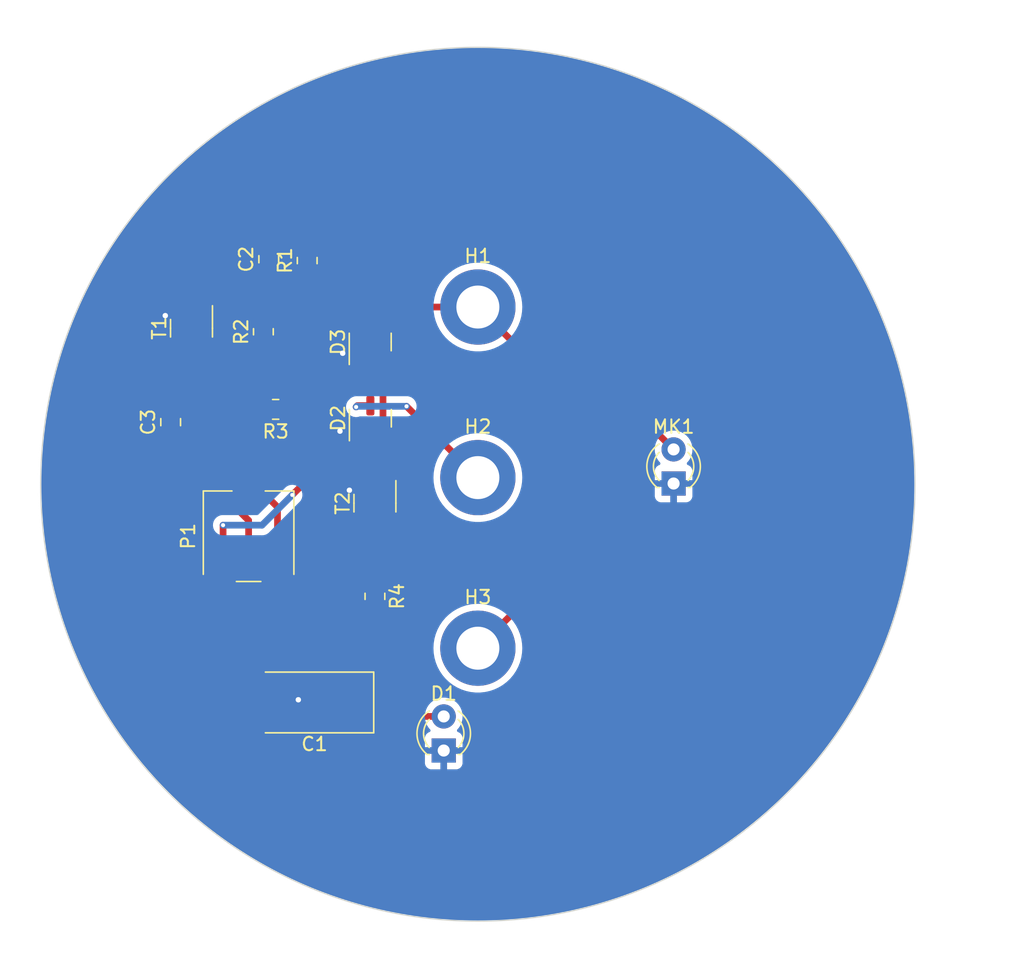
<source format=kicad_pcb>
(kicad_pcb (version 20221018) (generator pcbnew)
  (layers (0 "F.Cu" signal) (31 "B.Cu" signal) (34 "B.Paste" user) (35 "F.Paste" user) (36 "B.SilkS" user "B.Silkscreen") (37 "F.SilkS" user "F.Silkscreen") (38 "B.Mask" user) (39 "F.Mask" user) (44 "Edge.Cuts" user))
  (net 0 "")
  (net 1 "Net-(D1-A)")
  (net 2 "/GND")
  (net 3 "Net-(T1-B)")
  (net 4 "Net-(MK1-+)")
  (net 5 "Net-(T2-B)")
  (net 6 "Net-(T1-C)")
  (net 7 "Net-(D2-A)")
  (net 8 "Net-(D2-K-Pad3)")
  (net 9 "Net-(D3-K-Pad3)")
  (footprint "Package_TO_SOT_SMD:SOT-23" (layer "F.Cu") (at 129.16 81.9375 90)
    (fp_text reference "D2" (at 0 -2.4 90) (layer "F.SilkS"))
    (fp_text value "BAV199")
    (fp_line (start 0 -1.56) (end -1.675 -1.56) (stroke (width 0.12)) (layer "F.SilkS"))
    (fp_line (start 0 -1.56) (end 0.65 -1.56) (stroke (width 0.12)) (layer "F.SilkS"))
    (fp_line (start 0 1.56) (end -0.65 1.56) (stroke (width 0.12)) (layer "F.SilkS"))
    (fp_line (start 0 1.56) (end 0.65 1.56) (stroke (width 0.12)) (layer "F.SilkS"))
    (pad "1" smd roundrect (at -0.9375 -0.95 90) (size 1.475 0.6) (layers "F.Cu" "F.Paste" "F.Mask") (net 2 "/GND"))
    (pad "2" smd roundrect (at -0.9375 0.95 90) (size 1.475 0.6) (layers "F.Cu" "F.Paste" "F.Mask") (net 7 "Net-(D2-A)"))
    (pad "3" smd roundrect (at 0.9375 0 90) (size 1.475 0.6) (layers "F.Cu" "F.Paste" "F.Mask") (net 8 "Net-(D2-K-Pad3)"))
  )
  (footprint "Package_TO_SOT_SMD:SOT-23" (layer "F.Cu") (at 129.15 76.2625 90)
    (fp_text reference "D3" (at 0 -2.4 90) (layer "F.SilkS"))
    (fp_text value "BAV199")
    (fp_line (start 0 -1.56) (end -1.675 -1.56) (stroke (width 0.12)) (layer "F.SilkS"))
    (fp_line (start 0 -1.56) (end 0.65 -1.56) (stroke (width 0.12)) (layer "F.SilkS"))
    (fp_line (start 0 1.56) (end -0.65 1.56) (stroke (width 0.12)) (layer "F.SilkS"))
    (fp_line (start 0 1.56) (end 0.65 1.56) (stroke (width 0.12)) (layer "F.SilkS"))
    (pad "1" smd roundrect (at -0.9375 -0.95 90) (size 1.475 0.6) (layers "F.Cu" "F.Paste" "F.Mask") (net 2 "/GND"))
    (pad "2" smd roundrect (at -0.9375 0.95 90) (size 1.475 0.6) (layers "F.Cu" "F.Paste" "F.Mask") (net 7 "Net-(D2-A)"))
    (pad "3" smd roundrect (at 0.9375 0 90) (size 1.475 0.6) (layers "F.Cu" "F.Paste" "F.Mask") (net 9 "Net-(D3-K-Pad3)"))
  )
  (footprint "MountingHole:MountingHole_3.2mm_M3_DIN965_Pad" (layer "F.Cu") (at 137.16 86.36)
    (fp_text reference "H2" (at 0 -3.8) (layer "F.SilkS"))
    (fp_text value "MountingHole_Pad")
    (pad "1" thru_hole circle (at 0 0) (size 5.6 5.6) (drill 3.2) (layers "*.Cu" "*.Mask") (net 8 "Net-(D2-K-Pad3)"))
  )
  (footprint "MountingHole:MountingHole_3.2mm_M3_DIN965_Pad" (layer "F.Cu") (at 137.16 73.66)
    (fp_text reference "H1" (at 0 -3.8) (layer "F.SilkS"))
    (fp_text value "MountingHole_Pad")
    (pad "1" thru_hole circle (at 0 0) (size 5.6 5.6) (drill 3.2) (layers "*.Cu" "*.Mask") (net 9 "Net-(D3-K-Pad3)"))
  )
  (footprint "LED_THT:LED_D3.0mm" (layer "F.Cu") (at 134.62 106.68 90)
    (fp_text reference "D1" (at 4.23 0) (layer "F.SilkS"))
    (fp_text value "LED")
    (fp_line (start -0.29 -1.236) (end -0.29 -1.08) (stroke (width 0.12)) (layer "F.SilkS"))
    (fp_line (start -0.29 1.08) (end -0.29 1.236) (stroke (width 0.12)) (layer "F.SilkS"))
    (fp_arc (start -0.29 -1.235516) (mid 1.366487 -1.987659) (end 2.942335 -1.078608) (stroke (width 0.12)) (layer "F.SilkS"))
    (fp_arc (start 0.229039 -1.08) (mid 1.270117 -1.5) (end 2.31113 -1.079837) (stroke (width 0.12)) (layer "F.SilkS"))
    (fp_arc (start 2.31113 1.079837) (mid 1.270117 1.5) (end 0.229039 1.08) (stroke (width 0.12)) (layer "F.SilkS"))
    (fp_arc (start 2.942335 1.078608) (mid 1.366487 1.987659) (end -0.29 1.235516) (stroke (width 0.12)) (layer "F.SilkS"))
    (pad "1" thru_hole rect (at 0 0 90) (size 1.8 1.8) (drill 0.9) (layers "*.Cu" "*.Mask") (net 2 "/GND"))
    (pad "2" thru_hole circle (at 2.54 0 90) (size 1.8 1.8) (drill 0.9) (layers "*.Cu" "*.Mask") (net 1 "Net-(D1-A)"))
  )
  (footprint "LED_THT:LED_D3.0mm" (layer "F.Cu") (at 151.725 86.8 90)
    (fp_text reference "MK1" (at 4.23 0) (layer "F.SilkS"))
    (fp_text value "Microphone")
    (fp_line (start -0.29 -1.236) (end -0.29 -1.08) (stroke (width 0.12)) (layer "F.SilkS"))
    (fp_line (start -0.29 1.08) (end -0.29 1.236) (stroke (width 0.12)) (layer "F.SilkS"))
    (fp_arc (start -0.29 -1.235516) (mid 1.366487 -1.987659) (end 2.942335 -1.078608) (stroke (width 0.12)) (layer "F.SilkS"))
    (fp_arc (start 0.229039 -1.08) (mid 1.270117 -1.5) (end 2.31113 -1.079837) (stroke (width 0.12)) (layer "F.SilkS"))
    (fp_arc (start 2.31113 1.079837) (mid 1.270117 1.5) (end 0.229039 1.08) (stroke (width 0.12)) (layer "F.SilkS"))
    (fp_arc (start 2.942335 1.078608) (mid 1.366487 1.987659) (end -0.29 1.235516) (stroke (width 0.12)) (layer "F.SilkS"))
    (pad "1" thru_hole rect (at 0 0 90) (size 1.8 1.8) (drill 0.9) (layers "*.Cu" "*.Mask") (net 2 "/GND"))
    (pad "2" thru_hole circle (at 2.54 0 90) (size 1.8 1.8) (drill 0.9) (layers "*.Cu" "*.Mask") (net 4 "Net-(MK1-+)"))
  )
  (footprint "Resistor_SMD:R_0805_2012Metric" (layer "F.Cu") (at 124.46 70.2 90)
    (fp_text reference "R1" (at 0 -1.65 90) (layer "F.SilkS"))
    (fp_text value "1,8k")
    (fp_line (start -0.227064 -0.735) (end 0.227064 -0.735) (stroke (width 0.12)) (layer "F.SilkS"))
    (fp_line (start -0.227064 0.735) (end 0.227064 0.735) (stroke (width 0.12)) (layer "F.SilkS"))
    (pad "1" smd roundrect (at -0.9125 0 90) (size 1.025 1.4) (layers "F.Cu" "F.Paste" "F.Mask") (roundrect_rratio 0.243902439) (net 1 "Net-(D1-A)"))
    (pad "2" smd roundrect (at 0.9125 0 90) (size 1.025 1.4) (layers "F.Cu" "F.Paste" "F.Mask") (roundrect_rratio 0.243902439) (net 4 "Net-(MK1-+)"))
  )
  (footprint "Capacitor_Tantalum_SMD:CP_EIA-7343-15_Kemet-W" (layer "F.Cu") (at 125 103.1 180)
    (fp_text reference "C1" (at 0 -3.1) (layer "F.SilkS"))
    (fp_text value "Tantalelko 100µF")
    (fp_line (start -4.41 -2.26) (end -4.41 2.26) (stroke (width 0.12)) (layer "F.SilkS"))
    (fp_line (start -4.41 2.26) (end 3.65 2.26) (stroke (width 0.12)) (layer "F.SilkS"))
    (fp_line (start 3.65 -2.26) (end -4.41 -2.26) (stroke (width 0.12)) (layer "F.SilkS"))
    (pad "1" smd roundrect (at -3.1125 0 180) (size 2.075 2.55) (layers "F.Cu" "F.Paste" "F.Mask") (roundrect_rratio 0.1204819277) (net 1 "Net-(D1-A)"))
    (pad "2" smd roundrect (at 3.1125 0 180) (size 2.075 2.55) (layers "F.Cu" "F.Paste" "F.Mask") (roundrect_rratio 0.1204819277) (net 2 "/GND"))
  )
  (footprint "Package_TO_SOT_SMD:SOT-23" (layer "F.Cu") (at 129.5 88.2625 -90)
    (fp_text reference "T2" (at 0 2.4 90) (layer "F.SilkS"))
    (fp_text value "BC847C")
    (fp_line (start 0 -1.56) (end -1.675 -1.56) (stroke (width 0.12)) (layer "F.SilkS"))
    (fp_line (start 0 -1.56) (end 0.65 -1.56) (stroke (width 0.12)) (layer "F.SilkS"))
    (fp_line (start 0 1.56) (end -0.65 1.56) (stroke (width 0.12)) (layer "F.SilkS"))
    (fp_line (start 0 1.56) (end 0.65 1.56) (stroke (width 0.12)) (layer "F.SilkS"))
    (pad "1" smd roundrect (at -0.9375 -0.95 270) (size 1.475 0.6) (layers "F.Cu" "F.Paste" "F.Mask") (net 5 "Net-(T2-B)"))
    (pad "2" smd roundrect (at -0.9375 0.95 270) (size 1.475 0.6) (layers "F.Cu" "F.Paste" "F.Mask") (net 2 "/GND"))
    (pad "3" smd roundrect (at 0.9375 0 270) (size 1.475 0.6) (layers "F.Cu" "F.Paste" "F.Mask") (net 7 "Net-(D2-A)"))
  )
  (footprint "Capacitor_SMD:C_0805_2012Metric" (layer "F.Cu") (at 121.6 70.1 90)
    (fp_text reference "C2" (at 0 -1.68 90) (layer "F.SilkS"))
    (fp_text value "100nF")
    (fp_line (start -0.261252 -0.735) (end 0.261252 -0.735) (stroke (width 0.12)) (layer "F.SilkS"))
    (fp_line (start -0.261252 0.735) (end 0.261252 0.735) (stroke (width 0.12)) (layer "F.SilkS"))
    (pad "1" smd roundrect (at -0.95 0 90) (size 1 1.45) (layers "F.Cu" "F.Paste" "F.Mask") (net 3 "Net-(T1-B)"))
    (pad "2" smd roundrect (at 0.95 0 90) (size 1 1.45) (layers "F.Cu" "F.Paste" "F.Mask") (net 4 "Net-(MK1-+)"))
  )
  (footprint "Resistor_SMD:R_0805_2012Metric" (layer "F.Cu") (at 129.5 95.2 -90)
    (fp_text reference "R4" (at 0 -1.65 90) (layer "F.SilkS"))
    (fp_text value "1,8k")
    (fp_line (start -0.227064 -0.735) (end 0.227064 -0.735) (stroke (width 0.12)) (layer "F.SilkS"))
    (fp_line (start -0.227064 0.735) (end 0.227064 0.735) (stroke (width 0.12)) (layer "F.SilkS"))
    (pad "1" smd roundrect (at -0.9125 0 270) (size 1.025 1.4) (layers "F.Cu" "F.Paste" "F.Mask") (roundrect_rratio 0.243902439) (net 7 "Net-(D2-A)"))
    (pad "2" smd roundrect (at 0.9125 0 270) (size 1.025 1.4) (layers "F.Cu" "F.Paste" "F.Mask") (roundrect_rratio 0.243902439) (net 1 "Net-(D1-A)"))
  )
  (footprint "Package_TO_SOT_SMD:SOT-23" (layer "F.Cu") (at 115.85 75.2375 -90)
    (fp_text reference "T1" (at 0 2.4 90) (layer "F.SilkS"))
    (fp_text value "BC847C")
    (fp_line (start 0 -1.56) (end -1.675 -1.56) (stroke (width 0.12)) (layer "F.SilkS"))
    (fp_line (start 0 -1.56) (end 0.65 -1.56) (stroke (width 0.12)) (layer "F.SilkS"))
    (fp_line (start 0 1.56) (end -0.65 1.56) (stroke (width 0.12)) (layer "F.SilkS"))
    (fp_line (start 0 1.56) (end 0.65 1.56) (stroke (width 0.12)) (layer "F.SilkS"))
    (pad "1" smd roundrect (at -0.9375 -0.95 270) (size 1.475 0.6) (layers "F.Cu" "F.Paste" "F.Mask") (net 3 "Net-(T1-B)"))
    (pad "2" smd roundrect (at -0.9375 0.95 270) (size 1.475 0.6) (layers "F.Cu" "F.Paste" "F.Mask") (net 2 "/GND"))
    (pad "3" smd roundrect (at 0.9375 0 270) (size 1.475 0.6) (layers "F.Cu" "F.Paste" "F.Mask") (net 6 "Net-(T1-C)"))
  )
  (footprint "Resistor_SMD:R_0805_2012Metric" (layer "F.Cu") (at 121.2 75.5 90)
    (fp_text reference "R2" (at 0 -1.65 90) (layer "F.SilkS"))
    (fp_text value "100k")
    (fp_line (start -0.227064 -0.735) (end 0.227064 -0.735) (stroke (width 0.12)) (layer "F.SilkS"))
    (fp_line (start -0.227064 0.735) (end 0.227064 0.735) (stroke (width 0.12)) (layer "F.SilkS"))
    (pad "1" smd roundrect (at -0.9125 0 90) (size 1.025 1.4) (layers "F.Cu" "F.Paste" "F.Mask") (roundrect_rratio 0.243902439) (net 6 "Net-(T1-C)"))
    (pad "2" smd roundrect (at 0.9125 0 90) (size 1.025 1.4) (layers "F.Cu" "F.Paste" "F.Mask") (roundrect_rratio 0.243902439) (net 3 "Net-(T1-B)"))
  )
  (footprint "MountingHole:MountingHole_3.2mm_M3_DIN965_Pad" (layer "F.Cu") (at 137.16 99.06)
    (fp_text reference "H3" (at 0 -3.8) (layer "F.SilkS"))
    (fp_text value "MountingHole_Pad")
    (pad "1" thru_hole circle (at 0 0) (size 5.6 5.6) (drill 3.2) (layers "*.Cu" "*.Mask") (net 9 "Net-(D3-K-Pad3)"))
  )
  (footprint "Potentiometer_SMD:Potentiometer_ACP_CA6-VSMD_Vertical" (layer "F.Cu") (at 120.1 90.725 90)
    (fp_text reference "P1" (at 0 -4.5 90) (layer "F.SilkS"))
    (fp_text value "R_Potentiometer_Trim")
    (fp_line (start -3.37 -0.909) (end -3.37 0.91) (stroke (width 0.12)) (layer "F.SilkS"))
    (fp_line (start -2.834 -3.371) (end 3.37 -3.371) (stroke (width 0.12)) (layer "F.SilkS"))
    (fp_line (start -2.834 3.37) (end 3.37 3.37) (stroke (width 0.12)) (layer "F.SilkS"))
    (fp_line (start 3.37 -3.371) (end 3.37 -1.24) (stroke (width 0.12)) (layer "F.SilkS"))
    (fp_line (start 3.37 1.24) (end 3.37 3.37) (stroke (width 0.12)) (layer "F.SilkS"))
    (pad "1" smd rect (at -4.325 2.15 90) (size 2.5 2) (layers "F.Cu" "F.Paste" "F.Mask") (net 7 "Net-(D2-A)"))
    (pad "2" smd rect (at 4.325 0 90) (size 2.5 2) (layers "F.Cu" "F.Paste" "F.Mask") (net 7 "Net-(D2-A)"))
    (pad "3" smd rect (at -4.325 -2.15 90) (size 2.5 2) (layers "F.Cu" "F.Paste" "F.Mask") (net 5 "Net-(T2-B)"))
  )
  (footprint "Resistor_SMD:R_0805_2012Metric" (layer "F.Cu") (at 122.1125 81.28 180)
    (fp_text reference "R3" (at 0 -1.65) (layer "F.SilkS"))
    (fp_text value "1,5k")
    (fp_line (start -0.227064 -0.735) (end 0.227064 -0.735) (stroke (width 0.12)) (layer "F.SilkS"))
    (fp_line (start -0.227064 0.735) (end 0.227064 0.735) (stroke (width 0.12)) (layer "F.SilkS"))
    (pad "1" smd roundrect (at -0.9125 0 180) (size 1.025 1.4) (layers "F.Cu" "F.Paste" "F.Mask") (roundrect_rratio 0.243902439) (net 1 "Net-(D1-A)"))
    (pad "2" smd roundrect (at 0.9125 0 180) (size 1.025 1.4) (layers "F.Cu" "F.Paste" "F.Mask") (roundrect_rratio 0.243902439) (net 6 "Net-(T1-C)"))
  )
  (footprint "Capacitor_SMD:C_0805_2012Metric" (layer "F.Cu") (at 114.3 82.23 90)
    (fp_text reference "C3" (at 0 -1.68 90) (layer "F.SilkS"))
    (fp_text value "100nF")
    (fp_line (start -0.261252 -0.735) (end 0.261252 -0.735) (stroke (width 0.12)) (layer "F.SilkS"))
    (fp_line (start -0.261252 0.735) (end 0.261252 0.735) (stroke (width 0.12)) (layer "F.SilkS"))
    (pad "1" smd roundrect (at -0.95 0 90) (size 1 1.45) (layers "F.Cu" "F.Paste" "F.Mask") (net 5 "Net-(T2-B)"))
    (pad "2" smd roundrect (at 0.95 0 90) (size 1 1.45) (layers "F.Cu" "F.Paste" "F.Mask") (net 6 "Net-(T1-C)"))
  )
  (gr_circle (center 137.16 86.852129) (end 157.48 112.252129) (stroke (width 0.1)) (fill none) (layer "Edge.Cuts"))
  (segment (start 124.46 71.1125) (end 124.46 78.74) (width 0.5) (layer "F.Cu") (net 1))
  (segment (start 118.4 87.85) (end 118.4 84.7) (width 0.5) (layer "F.Cu") (net 1))
  (segment (start 129.5 101.7125) (end 129.5 96.1125) (width 0.5) (layer "F.Cu") (net 1))
  (segment (start 128.1125 103.1) (end 129.5 101.7125) (width 0.5) (layer "F.Cu") (net 1))
  (segment (start 129.5 96.1125) (end 128.5125 97.1) (width 0.5) (layer "F.Cu") (net 1))
  (segment (start 120.1 89.55) (end 118.4 87.85) (width 0.5) (layer "F.Cu") (net 1))
  (segment (start 132.08 104.14) (end 134.62 104.14) (width 0.5) (layer "F.Cu") (net 1))
  (segment (start 123.025 82.175) (end 123.025 81.28) (width 0.5) (layer "F.Cu") (net 1))
  (segment (start 124.46 78.74) (end 123.025 80.175) (width 0.5) (layer "F.Cu") (net 1))
  (segment (start 121 97.1) (end 120.1 96.2) (width 0.5) (layer "F.Cu") (net 1))
  (segment (start 118.4 84.7) (end 120.1 83) (width 0.5) (layer "F.Cu") (net 1))
  (segment (start 120.1 96.2) (end 120.1 89.55) (width 0.5) (layer "F.Cu") (net 1))
  (segment (start 131.04 103.1) (end 132.08 104.14) (width 0.5) (layer "F.Cu") (net 1))
  (segment (start 128.1125 103.1) (end 131.04 103.1) (width 0.5) (layer "F.Cu") (net 1))
  (segment (start 120.1 83) (end 122.2 83) (width 0.5) (layer "F.Cu") (net 1))
  (segment (start 122.2 83) (end 123.025 82.175) (width 0.5) (layer "F.Cu") (net 1))
  (segment (start 123.025 80.175) (end 123.025 81.28) (width 0.5) (layer "F.Cu") (net 1))
  (segment (start 128.5125 97.1) (end 121 97.1) (width 0.5) (layer "F.Cu") (net 1))
  (segment (start 127.625 87.325) (end 127.6 87.3) (width 0.5) (layer "F.Cu") (net 2))
  (segment (start 128.2 77.2) (end 127.2 77.2) (width 0.5) (layer "F.Cu") (net 2))
  (segment (start 123.6 103.1) (end 123.8 102.9) (width 0.5) (layer "F.Cu") (net 2))
  (segment (start 128.55 87.325) (end 127.625 87.325) (width 0.5) (layer "F.Cu") (net 2))
  (segment (start 121.8875 103.1) (end 123.6 103.1) (width 0.5) (layer "F.Cu") (net 2))
  (segment (start 127.2 77.2) (end 127.1 77.1) (width 0.5) (layer "F.Cu") (net 2))
  (segment (start 128.21 82.875) (end 126.925 82.875) (width 0.5) (layer "F.Cu") (net 2))
  (segment (start 126.925 82.875) (end 126.9 82.9) (width 0.5) (layer "F.Cu") (net 2))
  (segment (start 114.9 74.3) (end 113.9 74.3) (width 0.5) (layer "F.Cu") (net 2))
  (via (at 113.9 74.3) (size 0.8) (drill 0.4) (layers "F.Cu" "B.Cu") (net 2))
  (via (at 126.9 82.9) (size 0.8) (drill 0.4) (layers "F.Cu" "B.Cu") (net 2))
  (via (at 127.1 77.1) (size 0.8) (drill 0.4) (layers "F.Cu" "B.Cu") (net 2))
  (via (at 123.8 102.9) (size 0.8) (drill 0.4) (layers "F.Cu" "B.Cu") (net 2))
  (via (at 127.6 87.3) (size 0.8) (drill 0.4) (layers "F.Cu" "B.Cu") (net 2))
  (segment (start 117.0875 74.5875) (end 116.8 74.3) (width 0.5) (layer "F.Cu") (net 3))
  (segment (start 121.2 74.5875) (end 117.0875 74.5875) (width 0.5) (layer "F.Cu") (net 3))
  (segment (start 121.92 73.8675) (end 121.2 74.5875) (width 0.5) (layer "F.Cu") (net 3))
  (segment (start 121.6 71.05) (end 121.92 71.37) (width 0.5) (layer "F.Cu") (net 3))
  (segment (start 121.92 71.37) (end 121.92 73.44375) (width 0.5) (layer "F.Cu") (net 3))
  (segment (start 140.4875 69.2875) (end 147.5 76.3) (width 0.5) (layer "F.Cu") (net 4))
  (segment (start 147.5 76.3) (end 147.5 80.035) (width 0.5) (layer "F.Cu") (net 4))
  (segment (start 147.5 80.035) (end 151.725 84.26) (width 0.5) (layer "F.Cu") (net 4))
  (segment (start 124.46 69.2875) (end 140.4875 69.2875) (width 0.5) (layer "F.Cu") (net 4))
  (segment (start 121.6 69.15) (end 124.3225 69.15) (width 0.5) (layer "F.Cu") (net 4))
  (segment (start 124.3225 69.15) (end 124.46 69.2875) (width 0.5) (layer "F.Cu") (net 4))
  (segment (start 130.45 87.325) (end 128.725 85.6) (width 0.5) (layer "F.Cu") (net 5))
  (segment (start 118.2 91.2) (end 117.8 91.6) (width 0.5) (layer "F.Cu") (net 5))
  (segment (start 128.725 85.6) (end 125.4 85.6) (width 0.5) (layer "F.Cu") (net 5))
  (segment (start 118.2 89.9) (end 118.2 91.2) (width 0.5) (layer "F.Cu") (net 5))
  (segment (start 114.3 88.1) (end 117.8 91.6) (width 0.5) (layer "F.Cu") (net 5))
  (segment (start 117.95 91.75) (end 117.95 95.05) (width 0.5) (layer "F.Cu") (net 5))
  (segment (start 125.4 85.6) (end 123.35 87.65) (width 0.5) (layer "F.Cu") (net 5))
  (segment (start 117.8 91.6) (end 117.95 91.75) (width 0.5) (layer "F.Cu") (net 5))
  (segment (start 114.3 83.82) (end 114.3 88.1) (width 0.5) (layer "F.Cu") (net 5))
  (via (at 118.2 89.9) (size 0.4) (drill 0.3) (layers "F.Cu" "B.Cu") (net 5))
  (via (at 123.35 87.65) (size 0.4) (drill 0.3) (layers "F.Cu" "B.Cu") (net 5))
  (segment (start 118.2 89.9) (end 121.1 89.9) (width 0.5) (layer "B.Cu") (net 5))
  (segment (start 121.1 89.9) (end 123.35 87.65) (width 0.5) (layer "B.Cu") (net 5))
  (segment (start 121.2 76.4125) (end 116.0875 76.4125) (width 0.5) (layer "F.Cu") (net 6))
  (segment (start 121.2 81.28) (end 121.2 76.4125) (width 0.5) (layer "F.Cu") (net 6))
  (segment (start 114.3 77.725) (end 114.3 81.465051) (width 0.5) (layer "F.Cu") (net 6))
  (segment (start 115.85 76.175) (end 114.3 77.725) (width 0.5) (layer "F.Cu") (net 6))
  (segment (start 116.0875 76.4125) (end 115.85 76.175) (width 0.5) (layer "F.Cu") (net 6))
  (segment (start 130.1 82.865) (end 130.11 82.875) (width 0.5) (layer "F.Cu") (net 7))
  (segment (start 131.2 83.965) (end 130.11 82.875) (width 0.5) (layer "F.Cu") (net 7))
  (segment (start 129.5 94.2875) (end 128.7375 95.05) (width 0.5) (layer "F.Cu") (net 7))
  (segment (start 120.1 86.4) (end 122.25 88.55) (width 0.5) (layer "F.Cu") (net 7))
  (segment (start 131.2 88.8) (end 131.2 83.965) (width 0.5) (layer "F.Cu") (net 7))
  (segment (start 130.1 77.2) (end 130.1 82.865) (width 0.5) (layer "F.Cu") (net 7))
  (segment (start 128.7375 95.05) (end 122.25 95.05) (width 0.5) (layer "F.Cu") (net 7))
  (segment (start 122.25 88.55) (end 122.25 95.05) (width 0.5) (layer "F.Cu") (net 7))
  (segment (start 129.5 89.2) (end 130.8 89.2) (width 0.5) (layer "F.Cu") (net 7))
  (segment (start 130.8 89.2) (end 131.2 88.8) (width 0.5) (layer "F.Cu") (net 7))
  (segment (start 129.5 89.2) (end 129.5 94.2875) (width 0.5) (layer "F.Cu") (net 7))
  (segment (start 128.2 81) (end 128.1 81.1) (width 0.5) (layer "F.Cu") (net 8))
  (segment (start 129.16 81) (end 128.2 81) (width 0.5) (layer "F.Cu") (net 8))
  (segment (start 137.16 86.36) (end 131.85 81.05) (width 0.5) (layer "F.Cu") (net 8))
  (via (at 131.85 81.05) (size 0.4) (drill 0.3) (layers "F.Cu" "B.Cu") (net 8))
  (via (at 128.1 81.1) (size 0.4) (drill 0.3) (layers "F.Cu" "B.Cu") (net 8))
  (segment (start 128.1 81.1) (end 128.15 81.05) (width 0.5) (layer "B.Cu") (net 8))
  (segment (start 128.15 81.05) (end 131.85 81.05) (width 0.5) (layer "B.Cu") (net 8))
  (segment (start 129.15 75.325) (end 130.815 73.66) (width 0.5) (layer "F.Cu") (net 9))
  (segment (start 141.3 94.92) (end 137.16 99.06) (width 0.5) (layer "F.Cu") (net 9))
  (segment (start 137.16 73.66) (end 141.3 77.8) (width 0.5) (layer "F.Cu") (net 9))
  (segment (start 130.815 73.66) (end 137.16 73.66) (width 0.5) (layer "F.Cu") (net 9))
  (segment (start 141.3 77.8) (end 141.3 94.92) (width 0.5) (layer "F.Cu") (net 9))
  (zone (net 2) (net_name "/GND") (layer "B.Cu") (connect_pads (clearance 0.5)) (min_thickness 0.25) (fill yes (thermal_gap 0.5) (thermal_bridge_width 0.5) (island_removal_mode 1) (island_area_min 10))
    (polygon (pts (xy 101.6 50.8) (xy 101.6 121.92) (xy 177.8 121.92) (xy 177.8 50.8) (xy 109.22 50.8)))
  )
)
</source>
